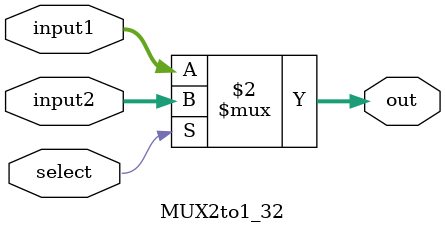
<source format=v>
`timescale 1ns/1ps
module MUX2to1_32(
  input [31:0] input1,
  input [31:0] input2,
  input select,
  output [31:0] out
);

  assign out = (select == 0) ? input1 : input2;

endmodule
</source>
